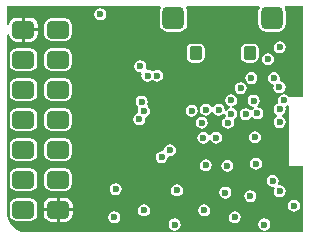
<source format=gbr>
%TF.GenerationSoftware,Altium Limited,Altium Designer,21.2.2 (38)*%
G04 Layer_Physical_Order=2*
G04 Layer_Color=36540*
%FSLAX45Y45*%
%MOMM*%
%TF.SameCoordinates,9B882A86-BDC0-4CB1-B03D-B9E00FC7DE04*%
%TF.FilePolarity,Positive*%
%TF.FileFunction,Copper,L2,Inr,Signal*%
%TF.Part,Single*%
G01*
G75*
%TA.AperFunction,ComponentPad*%
G04:AMPARAMS|DCode=25|XSize=1.9mm|YSize=1.9mm|CornerRadius=0.475mm|HoleSize=0mm|Usage=FLASHONLY|Rotation=180.000|XOffset=0mm|YOffset=0mm|HoleType=Round|Shape=RoundedRectangle|*
%AMROUNDEDRECTD25*
21,1,1.90000,0.95000,0,0,180.0*
21,1,0.95000,1.90000,0,0,180.0*
1,1,0.95000,-0.47500,0.47500*
1,1,0.95000,0.47500,0.47500*
1,1,0.95000,0.47500,-0.47500*
1,1,0.95000,-0.47500,-0.47500*
%
%ADD25ROUNDEDRECTD25*%
G04:AMPARAMS|DCode=26|XSize=1.1mm|YSize=1.2mm|CornerRadius=0.275mm|HoleSize=0mm|Usage=FLASHONLY|Rotation=180.000|XOffset=0mm|YOffset=0mm|HoleType=Round|Shape=RoundedRectangle|*
%AMROUNDEDRECTD26*
21,1,1.10000,0.65000,0,0,180.0*
21,1,0.55000,1.20000,0,0,180.0*
1,1,0.55000,-0.27500,0.32500*
1,1,0.55000,0.27500,0.32500*
1,1,0.55000,0.27500,-0.32500*
1,1,0.55000,-0.27500,-0.32500*
%
%ADD26ROUNDEDRECTD26*%
%TA.AperFunction,ViaPad*%
%ADD29C,0.60000*%
%TA.AperFunction,ComponentPad*%
G04:AMPARAMS|DCode=30|XSize=1.5mm|YSize=1.9mm|CornerRadius=0.375mm|HoleSize=0mm|Usage=FLASHONLY|Rotation=270.000|XOffset=0mm|YOffset=0mm|HoleType=Round|Shape=RoundedRectangle|*
%AMROUNDEDRECTD30*
21,1,1.50000,1.15000,0,0,270.0*
21,1,0.75000,1.90000,0,0,270.0*
1,1,0.75000,-0.57500,-0.37500*
1,1,0.75000,-0.57500,0.37500*
1,1,0.75000,0.57500,0.37500*
1,1,0.75000,0.57500,-0.37500*
%
%ADD30ROUNDEDRECTD30*%
G36*
X2550000Y1188944D02*
X2430000D01*
X2420647Y1195745D01*
X2420315Y1196094D01*
X2420315Y1196096D01*
X2403776Y1207147D01*
X2384267Y1211027D01*
X2364758Y1207147D01*
X2348219Y1196096D01*
X2337168Y1179557D01*
X2333287Y1160048D01*
X2337168Y1140539D01*
X2325686Y1130722D01*
X2311896Y1121507D01*
X2300845Y1104968D01*
X2296964Y1085459D01*
X2300845Y1065950D01*
X2311896Y1049411D01*
X2327914Y1038709D01*
X2329389Y1029244D01*
X2328792Y1022995D01*
X2313518Y1012790D01*
X2302467Y996251D01*
X2298586Y976742D01*
X2302467Y957233D01*
X2313518Y940694D01*
X2330057Y929643D01*
X2349566Y925762D01*
X2369075Y929643D01*
X2385614Y940694D01*
X2396665Y957233D01*
X2400546Y976742D01*
X2396665Y996251D01*
X2385614Y1012790D01*
X2369596Y1023493D01*
X2368121Y1032958D01*
X2368718Y1039206D01*
X2383991Y1049411D01*
X2395042Y1065950D01*
X2398923Y1085459D01*
X2395042Y1104968D01*
X2406524Y1114785D01*
X2415000Y1120449D01*
X2430000Y1113551D01*
Y608944D01*
X2433944Y605000D01*
X2550000D01*
Y43944D01*
X200000D01*
X199453Y43836D01*
X159563Y49087D01*
X121882Y64695D01*
X89524Y89524D01*
X64695Y121882D01*
X49087Y159563D01*
X43836Y199453D01*
X43944Y200000D01*
Y1718125D01*
X58944Y1719603D01*
X63250Y1697958D01*
X77152Y1677152D01*
X97958Y1663250D01*
X122500Y1658368D01*
X167300D01*
Y1760000D01*
Y1861632D01*
X122500D01*
X97958Y1856750D01*
X77152Y1842848D01*
X63250Y1822042D01*
X58944Y1800397D01*
X43944Y1801875D01*
Y1956056D01*
X1337853D01*
X1344924Y1942827D01*
X1338917Y1933837D01*
X1333678Y1907500D01*
Y1812500D01*
X1338917Y1786163D01*
X1353835Y1763836D01*
X1376163Y1748917D01*
X1402500Y1743678D01*
X1497500D01*
X1523837Y1748917D01*
X1546164Y1763836D01*
X1561083Y1786163D01*
X1566322Y1812500D01*
Y1907500D01*
X1561083Y1933837D01*
X1555076Y1942827D01*
X1562147Y1956056D01*
X2172853D01*
X2179924Y1942827D01*
X2173917Y1933837D01*
X2168678Y1907500D01*
Y1812500D01*
X2173917Y1786163D01*
X2188836Y1763836D01*
X2211163Y1748917D01*
X2237500Y1743678D01*
X2332500D01*
X2358837Y1748917D01*
X2381164Y1763836D01*
X2396083Y1786163D01*
X2401322Y1812500D01*
Y1907500D01*
X2396083Y1933837D01*
X2390076Y1942827D01*
X2397147Y1956056D01*
X2550000D01*
Y1188944D01*
D02*
G37*
%LPC*%
G36*
X830000Y1940980D02*
X810491Y1937099D01*
X793952Y1926048D01*
X782901Y1909509D01*
X779021Y1890000D01*
X782901Y1870491D01*
X793952Y1853952D01*
X810491Y1842901D01*
X830000Y1839020D01*
X849509Y1842901D01*
X866048Y1853952D01*
X877099Y1870491D01*
X880980Y1890000D01*
X877099Y1909509D01*
X866048Y1926048D01*
X849509Y1937099D01*
X830000Y1940980D01*
D02*
G37*
G36*
X237500Y1861632D02*
X192700D01*
Y1772700D01*
X301632D01*
Y1797500D01*
X296750Y1822042D01*
X282848Y1842848D01*
X262042Y1856750D01*
X237500Y1861632D01*
D02*
G37*
G36*
X531500Y1856126D02*
X416500D01*
X394065Y1851664D01*
X375045Y1838955D01*
X362337Y1819935D01*
X357874Y1797500D01*
Y1722500D01*
X362337Y1700065D01*
X375045Y1681045D01*
X394065Y1668337D01*
X416500Y1663874D01*
X531500D01*
X553935Y1668337D01*
X572955Y1681045D01*
X585664Y1700065D01*
X590126Y1722500D01*
Y1797500D01*
X585664Y1819935D01*
X572955Y1838955D01*
X553935Y1851664D01*
X531500Y1856126D01*
D02*
G37*
G36*
X301632Y1747300D02*
X192700D01*
Y1658368D01*
X237500D01*
X262042Y1663250D01*
X282848Y1677152D01*
X296750Y1697958D01*
X301632Y1722500D01*
Y1747300D01*
D02*
G37*
G36*
X2350000Y1660980D02*
X2330491Y1657099D01*
X2313952Y1646048D01*
X2302901Y1629509D01*
X2299021Y1610000D01*
X2302901Y1590491D01*
X2313952Y1573952D01*
X2330491Y1562901D01*
X2350000Y1559021D01*
X2369509Y1562901D01*
X2386048Y1573952D01*
X2397099Y1590491D01*
X2400980Y1610000D01*
X2397099Y1629509D01*
X2386048Y1646048D01*
X2369509Y1657099D01*
X2350000Y1660980D01*
D02*
G37*
G36*
X2125000Y1640931D02*
X2070000D01*
X2051467Y1637244D01*
X2035755Y1626746D01*
X2025256Y1611034D01*
X2021569Y1592500D01*
Y1527500D01*
X2025256Y1508967D01*
X2035755Y1493255D01*
X2051467Y1482756D01*
X2070000Y1479070D01*
X2125000D01*
X2143533Y1482756D01*
X2159245Y1493255D01*
X2169744Y1508967D01*
X2173431Y1527500D01*
Y1592500D01*
X2169744Y1611034D01*
X2159245Y1626746D01*
X2143533Y1637244D01*
X2125000Y1640931D01*
D02*
G37*
G36*
X1665000D02*
X1610000D01*
X1591466Y1637244D01*
X1575755Y1626746D01*
X1565256Y1611034D01*
X1561569Y1592500D01*
Y1527500D01*
X1565256Y1508967D01*
X1575755Y1493255D01*
X1591466Y1482756D01*
X1610000Y1479070D01*
X1665000D01*
X1683533Y1482756D01*
X1699245Y1493255D01*
X1709744Y1508967D01*
X1713430Y1527500D01*
Y1592500D01*
X1709744Y1611034D01*
X1699245Y1626746D01*
X1683533Y1637244D01*
X1665000Y1640931D01*
D02*
G37*
G36*
X2250000Y1560980D02*
X2230491Y1557099D01*
X2213952Y1546048D01*
X2202901Y1529509D01*
X2199020Y1510000D01*
X2202901Y1490491D01*
X2213952Y1473952D01*
X2230491Y1462901D01*
X2250000Y1459020D01*
X2269509Y1462901D01*
X2286048Y1473952D01*
X2297099Y1490491D01*
X2300980Y1510000D01*
X2297099Y1529509D01*
X2286048Y1546048D01*
X2269509Y1557099D01*
X2250000Y1560980D01*
D02*
G37*
G36*
X531500Y1602126D02*
X416500D01*
X394065Y1597664D01*
X375045Y1584955D01*
X362337Y1565935D01*
X357874Y1543500D01*
Y1468500D01*
X362337Y1446065D01*
X375045Y1427045D01*
X394065Y1414337D01*
X416500Y1409874D01*
X531500D01*
X553935Y1414337D01*
X572955Y1427045D01*
X585664Y1446065D01*
X590126Y1468500D01*
Y1543500D01*
X585664Y1565935D01*
X572955Y1584955D01*
X553935Y1597664D01*
X531500Y1602126D01*
D02*
G37*
G36*
X237500D02*
X122500D01*
X100065Y1597664D01*
X81045Y1584955D01*
X68337Y1565935D01*
X63874Y1543500D01*
Y1468500D01*
X68337Y1446065D01*
X81045Y1427045D01*
X100065Y1414337D01*
X122500Y1409874D01*
X237500D01*
X259935Y1414337D01*
X278955Y1427045D01*
X291664Y1446065D01*
X296126Y1468500D01*
Y1543500D01*
X291664Y1565935D01*
X278955Y1584955D01*
X259935Y1597664D01*
X237500Y1602126D01*
D02*
G37*
G36*
X1170000Y1500979D02*
X1150491Y1497099D01*
X1133952Y1486048D01*
X1122901Y1469509D01*
X1119020Y1450000D01*
X1122901Y1430491D01*
X1133952Y1413952D01*
X1150491Y1402901D01*
X1170000Y1399020D01*
X1171402Y1399299D01*
X1175744Y1395600D01*
X1182233Y1386160D01*
X1179018Y1369997D01*
X1182899Y1350488D01*
X1193950Y1333949D01*
X1210489Y1322898D01*
X1229998Y1319018D01*
X1249507Y1322898D01*
X1259041Y1329269D01*
X1273952Y1333952D01*
X1290491Y1322901D01*
X1310000Y1319020D01*
X1329509Y1322901D01*
X1346048Y1333952D01*
X1357099Y1350491D01*
X1360979Y1370000D01*
X1357099Y1389509D01*
X1346048Y1406048D01*
X1329509Y1417099D01*
X1310000Y1420980D01*
X1290491Y1417099D01*
X1280957Y1410728D01*
X1266045Y1406045D01*
X1249507Y1417096D01*
X1229998Y1420977D01*
X1228596Y1420698D01*
X1224253Y1424397D01*
X1217765Y1433838D01*
X1220980Y1450000D01*
X1217099Y1469509D01*
X1206048Y1486048D01*
X1189509Y1497099D01*
X1170000Y1500979D01*
D02*
G37*
G36*
X2110000Y1400980D02*
X2090491Y1397099D01*
X2073952Y1386048D01*
X2062901Y1369509D01*
X2059021Y1350000D01*
X2062901Y1330491D01*
X2073952Y1313952D01*
X2090491Y1302901D01*
X2110000Y1299021D01*
X2129509Y1302901D01*
X2146048Y1313952D01*
X2157099Y1330491D01*
X2160980Y1350000D01*
X2157099Y1369509D01*
X2146048Y1386048D01*
X2129509Y1397099D01*
X2110000Y1400980D01*
D02*
G37*
G36*
X2300000D02*
X2280491Y1397099D01*
X2263952Y1386048D01*
X2252901Y1369509D01*
X2249020Y1350000D01*
X2252901Y1330491D01*
X2263952Y1313952D01*
X2280491Y1302901D01*
X2289807Y1301048D01*
X2299659Y1290684D01*
X2299427Y1285005D01*
X2296520Y1270395D01*
X2300401Y1250886D01*
X2311452Y1234347D01*
X2327991Y1223296D01*
X2347500Y1219415D01*
X2367009Y1223296D01*
X2383548Y1234347D01*
X2394599Y1250886D01*
X2398480Y1270395D01*
X2394599Y1289904D01*
X2383548Y1306443D01*
X2367009Y1317494D01*
X2357693Y1319347D01*
X2347841Y1329711D01*
X2348073Y1335390D01*
X2350980Y1350000D01*
X2347099Y1369509D01*
X2336048Y1386048D01*
X2319509Y1397099D01*
X2300000Y1400980D01*
D02*
G37*
G36*
X2017965Y1316112D02*
X1998456Y1312231D01*
X1981917Y1301180D01*
X1970866Y1284641D01*
X1966985Y1265132D01*
X1970866Y1245623D01*
X1981917Y1229084D01*
X1998456Y1218033D01*
X2017965Y1214153D01*
X2037474Y1218033D01*
X2054013Y1229084D01*
X2065064Y1245623D01*
X2068944Y1265132D01*
X2065064Y1284641D01*
X2054013Y1301180D01*
X2037474Y1312231D01*
X2017965Y1316112D01*
D02*
G37*
G36*
X531500Y1348126D02*
X416500D01*
X394065Y1343664D01*
X375045Y1330955D01*
X362337Y1311935D01*
X357874Y1289500D01*
Y1214500D01*
X362337Y1192065D01*
X375045Y1173045D01*
X394065Y1160337D01*
X416500Y1155874D01*
X531500D01*
X553935Y1160337D01*
X572955Y1173045D01*
X585664Y1192065D01*
X590126Y1214500D01*
Y1289500D01*
X585664Y1311935D01*
X572955Y1330955D01*
X553935Y1343664D01*
X531500Y1348126D01*
D02*
G37*
G36*
X237500D02*
X122500D01*
X100065Y1343664D01*
X81045Y1330955D01*
X68337Y1311935D01*
X63874Y1289500D01*
Y1214500D01*
X68337Y1192065D01*
X81045Y1173045D01*
X100065Y1160337D01*
X122500Y1155874D01*
X237500D01*
X259935Y1160337D01*
X278955Y1173045D01*
X291664Y1192065D01*
X296126Y1214500D01*
Y1289500D01*
X291664Y1311935D01*
X278955Y1330955D01*
X259935Y1343664D01*
X237500Y1348126D01*
D02*
G37*
G36*
X2128175Y1209481D02*
X2108666Y1205600D01*
X2092127Y1194549D01*
X2081076Y1178010D01*
X2077195Y1158501D01*
X2081076Y1138992D01*
X2092127Y1122453D01*
X2108666Y1111402D01*
X2128175Y1107522D01*
X2129477Y1107781D01*
X2135330Y1093651D01*
X2123948Y1086046D01*
X2117348Y1076169D01*
X2099912Y1075265D01*
X2096048Y1081048D01*
X2079509Y1092099D01*
X2060000Y1095980D01*
X2040491Y1092099D01*
X2023952Y1081048D01*
X2012901Y1064509D01*
X2009020Y1045000D01*
X2012901Y1025491D01*
X2023952Y1008952D01*
X2040491Y997901D01*
X2060000Y994020D01*
X2079509Y997901D01*
X2096048Y1008952D01*
X2102647Y1018829D01*
X2120083Y1019733D01*
X2123948Y1013950D01*
X2140487Y1002899D01*
X2159996Y999018D01*
X2179505Y1002899D01*
X2196044Y1013950D01*
X2207095Y1030489D01*
X2210975Y1049998D01*
X2207095Y1069507D01*
X2196044Y1086046D01*
X2179505Y1097097D01*
X2159996Y1100977D01*
X2158693Y1100718D01*
X2152840Y1114848D01*
X2164222Y1122453D01*
X2175274Y1138992D01*
X2179154Y1158501D01*
X2175274Y1178010D01*
X2164222Y1194549D01*
X2147684Y1205600D01*
X2128175Y1209481D01*
D02*
G37*
G36*
X1937841Y1211821D02*
X1918332Y1207941D01*
X1901793Y1196890D01*
X1890742Y1180351D01*
X1886862Y1160842D01*
X1890742Y1141333D01*
X1901793Y1124794D01*
X1918332Y1113743D01*
X1931541Y1111115D01*
Y1095822D01*
X1920968Y1093718D01*
X1904429Y1082667D01*
X1897945Y1072964D01*
X1883816Y1078817D01*
X1884396Y1081734D01*
X1880515Y1101243D01*
X1869464Y1117782D01*
X1852925Y1128833D01*
X1833416Y1132713D01*
X1813907Y1128833D01*
X1797368Y1117782D01*
X1787281Y1102686D01*
X1780441Y1102129D01*
X1771469Y1103483D01*
X1760930Y1119255D01*
X1744391Y1130306D01*
X1724883Y1134186D01*
X1705374Y1130306D01*
X1688835Y1119255D01*
X1677784Y1102716D01*
X1673903Y1083207D01*
X1677784Y1063698D01*
X1688835Y1047159D01*
X1705374Y1036108D01*
X1724883Y1032227D01*
X1744391Y1036108D01*
X1760930Y1047159D01*
X1771017Y1062255D01*
X1777857Y1062811D01*
X1786830Y1061458D01*
X1797368Y1045686D01*
X1813907Y1034635D01*
X1833416Y1030754D01*
X1852925Y1034635D01*
X1869464Y1045686D01*
X1875947Y1055389D01*
X1890077Y1049536D01*
X1889497Y1046619D01*
X1893378Y1027111D01*
X1885977Y1013987D01*
X1875945Y1007283D01*
X1864894Y990744D01*
X1861013Y971235D01*
X1864894Y951726D01*
X1875945Y935187D01*
X1892484Y924136D01*
X1911993Y920255D01*
X1931502Y924136D01*
X1948041Y935187D01*
X1959092Y951726D01*
X1962972Y971235D01*
X1960373Y984304D01*
X1959986Y999520D01*
X1976525Y1010572D01*
X1987576Y1027110D01*
X1991456Y1046619D01*
X1987576Y1066128D01*
X1976525Y1082667D01*
X1959986Y1093718D01*
X1946777Y1096346D01*
Y1111640D01*
X1957350Y1113743D01*
X1973889Y1124794D01*
X1984940Y1141333D01*
X1988821Y1160842D01*
X1984940Y1180351D01*
X1973889Y1196890D01*
X1957350Y1207941D01*
X1937841Y1211821D01*
D02*
G37*
G36*
X1605053Y1125101D02*
X1585544Y1121221D01*
X1569005Y1110169D01*
X1557954Y1093631D01*
X1554074Y1074122D01*
X1557954Y1054613D01*
X1569005Y1038074D01*
X1585544Y1027023D01*
X1605053Y1023142D01*
X1624562Y1027023D01*
X1641101Y1038074D01*
X1652152Y1054613D01*
X1656033Y1074122D01*
X1652152Y1093631D01*
X1641101Y1110169D01*
X1624562Y1121221D01*
X1605053Y1125101D01*
D02*
G37*
G36*
X1180000Y1200980D02*
X1160491Y1197099D01*
X1143952Y1186048D01*
X1132901Y1169509D01*
X1129020Y1150000D01*
X1132901Y1130491D01*
X1143952Y1113952D01*
X1148958Y1110607D01*
X1153356Y1090190D01*
X1152901Y1089509D01*
X1149020Y1070000D01*
X1150151Y1064315D01*
X1140491Y1047099D01*
X1123952Y1036048D01*
X1112901Y1019509D01*
X1109020Y1000000D01*
X1112901Y980491D01*
X1123952Y963952D01*
X1140491Y952901D01*
X1160000Y949020D01*
X1179509Y952901D01*
X1196048Y963952D01*
X1207099Y980491D01*
X1210980Y1000000D01*
X1209849Y1005685D01*
X1219509Y1022901D01*
X1236048Y1033952D01*
X1247099Y1050491D01*
X1250979Y1070000D01*
X1247099Y1089509D01*
X1236048Y1106048D01*
X1231042Y1109393D01*
X1226643Y1129810D01*
X1227099Y1130491D01*
X1230980Y1150000D01*
X1227099Y1169509D01*
X1216048Y1186048D01*
X1199509Y1197099D01*
X1180000Y1200980D01*
D02*
G37*
G36*
X1689882Y1023170D02*
X1670373Y1019290D01*
X1653834Y1008239D01*
X1642783Y991700D01*
X1638902Y972191D01*
X1642783Y952682D01*
X1653834Y936143D01*
X1670373Y925092D01*
X1689882Y921211D01*
X1709391Y925092D01*
X1725930Y936143D01*
X1736981Y952682D01*
X1740861Y972191D01*
X1736981Y991700D01*
X1725930Y1008239D01*
X1709391Y1019290D01*
X1689882Y1023170D01*
D02*
G37*
G36*
X531500Y1094126D02*
X416500D01*
X394065Y1089664D01*
X375045Y1076955D01*
X362337Y1057935D01*
X357874Y1035500D01*
Y960500D01*
X362337Y938065D01*
X375045Y919045D01*
X394065Y906337D01*
X416500Y901874D01*
X531500D01*
X553935Y906337D01*
X572955Y919045D01*
X585664Y938065D01*
X590126Y960500D01*
Y1035500D01*
X585664Y1057935D01*
X572955Y1076955D01*
X553935Y1089664D01*
X531500Y1094126D01*
D02*
G37*
G36*
X237500D02*
X122500D01*
X100065Y1089664D01*
X81045Y1076955D01*
X68337Y1057935D01*
X63874Y1035500D01*
Y960500D01*
X68337Y938065D01*
X81045Y919045D01*
X100065Y906337D01*
X122500Y901874D01*
X237500D01*
X259935Y906337D01*
X278955Y919045D01*
X291664Y938065D01*
X296126Y960500D01*
Y1035500D01*
X291664Y1057935D01*
X278955Y1076955D01*
X259935Y1089664D01*
X237500Y1094126D01*
D02*
G37*
G36*
X1811065Y895980D02*
X1791556Y892100D01*
X1775017Y881049D01*
X1764250Y864935D01*
X1759719Y864194D01*
X1753579Y863736D01*
X1748639Y864342D01*
X1738208Y879954D01*
X1721669Y891005D01*
X1702160Y894885D01*
X1682651Y891005D01*
X1666112Y879954D01*
X1655061Y863415D01*
X1651180Y843906D01*
X1655061Y824397D01*
X1666112Y807858D01*
X1682651Y796807D01*
X1702160Y792926D01*
X1721669Y796807D01*
X1738208Y807858D01*
X1748974Y823971D01*
X1753505Y824713D01*
X1759645Y825170D01*
X1764586Y824564D01*
X1775017Y808953D01*
X1791556Y797902D01*
X1811065Y794021D01*
X1830574Y797902D01*
X1847113Y808953D01*
X1858164Y825492D01*
X1862044Y845001D01*
X1858164Y864510D01*
X1847113Y881049D01*
X1830574Y892100D01*
X1811065Y895980D01*
D02*
G37*
G36*
X2140000Y900980D02*
X2120491Y897099D01*
X2103952Y886048D01*
X2092901Y869509D01*
X2089020Y850000D01*
X2092901Y830491D01*
X2103952Y813952D01*
X2120491Y802901D01*
X2140000Y799021D01*
X2159509Y802901D01*
X2176048Y813952D01*
X2187099Y830491D01*
X2190980Y850000D01*
X2187099Y869509D01*
X2176048Y886048D01*
X2159509Y897099D01*
X2140000Y900980D01*
D02*
G37*
G36*
X1420000Y790980D02*
X1400491Y787099D01*
X1383952Y776048D01*
X1372901Y759509D01*
X1369020Y740000D01*
X1355748Y729836D01*
X1350000Y730979D01*
X1330491Y727099D01*
X1313952Y716048D01*
X1302901Y699509D01*
X1299021Y680000D01*
X1302901Y660491D01*
X1313952Y643952D01*
X1330491Y632901D01*
X1350000Y629020D01*
X1369509Y632901D01*
X1386048Y643952D01*
X1397099Y660491D01*
X1400980Y680000D01*
X1414252Y690164D01*
X1420000Y689020D01*
X1439509Y692901D01*
X1456048Y703952D01*
X1467099Y720491D01*
X1470980Y740000D01*
X1467099Y759509D01*
X1456048Y776048D01*
X1439509Y787099D01*
X1420000Y790980D01*
D02*
G37*
G36*
X531500Y840126D02*
X416500D01*
X394065Y835664D01*
X375045Y822955D01*
X362337Y803935D01*
X357874Y781500D01*
Y706500D01*
X362337Y684065D01*
X375045Y665045D01*
X394065Y652337D01*
X416500Y647874D01*
X531500D01*
X553935Y652337D01*
X572955Y665045D01*
X585664Y684065D01*
X590126Y706500D01*
Y781500D01*
X585664Y803935D01*
X572955Y822955D01*
X553935Y835664D01*
X531500Y840126D01*
D02*
G37*
G36*
X237500D02*
X122500D01*
X100065Y835664D01*
X81045Y822955D01*
X68337Y803935D01*
X63874Y781500D01*
Y706500D01*
X68337Y684065D01*
X81045Y665045D01*
X100065Y652337D01*
X122500Y647874D01*
X237500D01*
X259935Y652337D01*
X278955Y665045D01*
X291664Y684065D01*
X296126Y706500D01*
Y781500D01*
X291664Y803935D01*
X278955Y822955D01*
X259935Y835664D01*
X237500Y840126D01*
D02*
G37*
G36*
X2148934Y675980D02*
X2129426Y672099D01*
X2112887Y661048D01*
X2101836Y644509D01*
X2097955Y625000D01*
X2101836Y605491D01*
X2112887Y588952D01*
X2129426Y577901D01*
X2148934Y574020D01*
X2168443Y577901D01*
X2184982Y588952D01*
X2196033Y605491D01*
X2199914Y625000D01*
X2196033Y644509D01*
X2184982Y661048D01*
X2168443Y672099D01*
X2148934Y675980D01*
D02*
G37*
G36*
X1724616Y661536D02*
X1705107Y657655D01*
X1688568Y646604D01*
X1677517Y630065D01*
X1673636Y610556D01*
X1677517Y591047D01*
X1688568Y574508D01*
X1705107Y563457D01*
X1724616Y559577D01*
X1744125Y563457D01*
X1760664Y574508D01*
X1771715Y591047D01*
X1775596Y610556D01*
X1771715Y630065D01*
X1760664Y646604D01*
X1744125Y657655D01*
X1724616Y661536D01*
D02*
G37*
G36*
X1905461Y656992D02*
X1885952Y653111D01*
X1869413Y642060D01*
X1858362Y625521D01*
X1854481Y606013D01*
X1858362Y586504D01*
X1869413Y569965D01*
X1885952Y558914D01*
X1905461Y555033D01*
X1924969Y558914D01*
X1941508Y569965D01*
X1952559Y586504D01*
X1956440Y606013D01*
X1952559Y625521D01*
X1941508Y642060D01*
X1924969Y653111D01*
X1905461Y656992D01*
D02*
G37*
G36*
X531500Y586126D02*
X416500D01*
X394065Y581664D01*
X375045Y568955D01*
X362337Y549935D01*
X357874Y527500D01*
Y452500D01*
X362337Y430065D01*
X375045Y411045D01*
X394065Y398337D01*
X416500Y393874D01*
X531500D01*
X553935Y398337D01*
X572955Y411045D01*
X585664Y430065D01*
X590126Y452500D01*
Y527500D01*
X585664Y549935D01*
X572955Y568955D01*
X553935Y581664D01*
X531500Y586126D01*
D02*
G37*
G36*
X237500D02*
X122500D01*
X100065Y581664D01*
X81045Y568955D01*
X68337Y549935D01*
X63874Y527500D01*
Y452500D01*
X68337Y430065D01*
X81045Y411045D01*
X100065Y398337D01*
X122500Y393874D01*
X237500D01*
X259935Y398337D01*
X278955Y411045D01*
X291664Y430065D01*
X296126Y452500D01*
Y527500D01*
X291664Y549935D01*
X278955Y568955D01*
X259935Y581664D01*
X237500Y586126D01*
D02*
G37*
G36*
X960000Y460980D02*
X940491Y457099D01*
X923952Y446048D01*
X912901Y429509D01*
X909021Y410000D01*
X912901Y390491D01*
X923952Y373952D01*
X940491Y362901D01*
X960000Y359020D01*
X979509Y362901D01*
X996048Y373952D01*
X1007099Y390491D01*
X1010980Y410000D01*
X1007099Y429509D01*
X996048Y446048D01*
X979509Y457099D01*
X960000Y460980D01*
D02*
G37*
G36*
X1480000Y450980D02*
X1460491Y447099D01*
X1443952Y436048D01*
X1432901Y419509D01*
X1429021Y400000D01*
X1432901Y380491D01*
X1443952Y363952D01*
X1460491Y352901D01*
X1480000Y349020D01*
X1499509Y352901D01*
X1516048Y363952D01*
X1527099Y380491D01*
X1530980Y400000D01*
X1527099Y419509D01*
X1516048Y436048D01*
X1499509Y447099D01*
X1480000Y450980D01*
D02*
G37*
G36*
X2290000Y530980D02*
X2270491Y527099D01*
X2253952Y516048D01*
X2242901Y499509D01*
X2239020Y480000D01*
X2242901Y460491D01*
X2253952Y443952D01*
X2270491Y432901D01*
X2290000Y429020D01*
X2299109Y430832D01*
X2308129Y417333D01*
X2302901Y409509D01*
X2299021Y390000D01*
X2302901Y370491D01*
X2313952Y353952D01*
X2330491Y342901D01*
X2350000Y339020D01*
X2369509Y342901D01*
X2386048Y353952D01*
X2397099Y370491D01*
X2400980Y390000D01*
X2397099Y409509D01*
X2386048Y426048D01*
X2369509Y437099D01*
X2350000Y440980D01*
X2340891Y439168D01*
X2331871Y452667D01*
X2337099Y460491D01*
X2340980Y480000D01*
X2337099Y499509D01*
X2326048Y516048D01*
X2309509Y527099D01*
X2290000Y530980D01*
D02*
G37*
G36*
X1890000Y430980D02*
X1870491Y427099D01*
X1853952Y416048D01*
X1842901Y399509D01*
X1839020Y380000D01*
X1842901Y360491D01*
X1853952Y343952D01*
X1870491Y332901D01*
X1890000Y329020D01*
X1909509Y332901D01*
X1926048Y343952D01*
X1937099Y360491D01*
X1940980Y380000D01*
X1937099Y399509D01*
X1926048Y416048D01*
X1909509Y427099D01*
X1890000Y430980D01*
D02*
G37*
G36*
X2100000Y400980D02*
X2080491Y397099D01*
X2063952Y386048D01*
X2052901Y369509D01*
X2049021Y350000D01*
X2052901Y330491D01*
X2063952Y313952D01*
X2080491Y302901D01*
X2100000Y299020D01*
X2119509Y302901D01*
X2136048Y313952D01*
X2147099Y330491D01*
X2150980Y350000D01*
X2147099Y369509D01*
X2136048Y386048D01*
X2119509Y397099D01*
X2100000Y400980D01*
D02*
G37*
G36*
X531500Y337632D02*
X486700D01*
Y248700D01*
X595632D01*
Y273500D01*
X590750Y298042D01*
X576848Y318848D01*
X556042Y332750D01*
X531500Y337632D01*
D02*
G37*
G36*
X461300D02*
X416500D01*
X391958Y332750D01*
X371152Y318848D01*
X357250Y298042D01*
X352368Y273500D01*
Y248700D01*
X461300D01*
Y337632D01*
D02*
G37*
G36*
X2470000Y320980D02*
X2450491Y317099D01*
X2433952Y306048D01*
X2422901Y289509D01*
X2419020Y270000D01*
X2422901Y250491D01*
X2433952Y233952D01*
X2450491Y222901D01*
X2470000Y219020D01*
X2489509Y222901D01*
X2506048Y233952D01*
X2517099Y250491D01*
X2520979Y270000D01*
X2517099Y289509D01*
X2506048Y306048D01*
X2489509Y317099D01*
X2470000Y320980D01*
D02*
G37*
G36*
X1710000Y280980D02*
X1690491Y277099D01*
X1673952Y266048D01*
X1662901Y249509D01*
X1659020Y230000D01*
X1662901Y210491D01*
X1673952Y193952D01*
X1690491Y182901D01*
X1710000Y179020D01*
X1729509Y182901D01*
X1746048Y193952D01*
X1757099Y210491D01*
X1760979Y230000D01*
X1757099Y249509D01*
X1746048Y266048D01*
X1729509Y277099D01*
X1710000Y280980D01*
D02*
G37*
G36*
X1200000D02*
X1180491Y277099D01*
X1163952Y266048D01*
X1152901Y249509D01*
X1149020Y230000D01*
X1152901Y210491D01*
X1163952Y193952D01*
X1180491Y182901D01*
X1200000Y179020D01*
X1219509Y182901D01*
X1236048Y193952D01*
X1247099Y210491D01*
X1250979Y230000D01*
X1247099Y249509D01*
X1236048Y266048D01*
X1219509Y277099D01*
X1200000Y280980D01*
D02*
G37*
G36*
X237500Y332126D02*
X122500D01*
X100065Y327664D01*
X81045Y314955D01*
X68337Y295935D01*
X63874Y273500D01*
Y198500D01*
X68337Y176065D01*
X81045Y157045D01*
X100065Y144337D01*
X122500Y139874D01*
X237500D01*
X259935Y144337D01*
X278955Y157045D01*
X291664Y176065D01*
X296126Y198500D01*
Y273500D01*
X291664Y295935D01*
X278955Y314955D01*
X259935Y327664D01*
X237500Y332126D01*
D02*
G37*
G36*
X595632Y223300D02*
X486700D01*
Y134368D01*
X531500D01*
X556042Y139250D01*
X576848Y153152D01*
X590750Y173958D01*
X595632Y198500D01*
Y223300D01*
D02*
G37*
G36*
X461300D02*
X352368D01*
Y198500D01*
X357250Y173958D01*
X371152Y153152D01*
X391958Y139250D01*
X416500Y134368D01*
X461300D01*
Y223300D01*
D02*
G37*
G36*
X1970000Y220979D02*
X1950491Y217099D01*
X1933952Y206048D01*
X1922901Y189509D01*
X1919021Y170000D01*
X1922901Y150491D01*
X1933952Y133952D01*
X1950491Y122901D01*
X1970000Y119020D01*
X1989509Y122901D01*
X2006048Y133952D01*
X2017099Y150491D01*
X2020980Y170000D01*
X2017099Y189509D01*
X2006048Y206048D01*
X1989509Y217099D01*
X1970000Y220979D01*
D02*
G37*
G36*
X950000D02*
X930491Y217099D01*
X913952Y206048D01*
X902901Y189509D01*
X899020Y170000D01*
X902901Y150491D01*
X913952Y133952D01*
X930491Y122901D01*
X950000Y119020D01*
X969509Y122901D01*
X986048Y133952D01*
X997099Y150491D01*
X1000979Y170000D01*
X997099Y189509D01*
X986048Y206048D01*
X969509Y217099D01*
X950000Y220979D01*
D02*
G37*
G36*
X2220000Y160980D02*
X2200491Y157099D01*
X2183952Y146048D01*
X2172901Y129509D01*
X2169020Y110000D01*
X2172901Y90491D01*
X2183952Y73952D01*
X2200491Y62901D01*
X2220000Y59020D01*
X2239509Y62901D01*
X2256048Y73952D01*
X2267099Y90491D01*
X2270979Y110000D01*
X2267099Y129509D01*
X2256048Y146048D01*
X2239509Y157099D01*
X2220000Y160980D01*
D02*
G37*
G36*
X1460000D02*
X1440491Y157099D01*
X1423952Y146048D01*
X1412901Y129509D01*
X1409020Y110000D01*
X1412901Y90491D01*
X1423952Y73952D01*
X1440491Y62901D01*
X1460000Y59020D01*
X1479509Y62901D01*
X1496048Y73952D01*
X1507099Y90491D01*
X1510979Y110000D01*
X1507099Y129509D01*
X1496048Y146048D01*
X1479509Y157099D01*
X1460000Y160980D01*
D02*
G37*
%LPD*%
D25*
X2285000Y1860000D02*
D03*
X1450000D02*
D03*
D26*
X2097500Y1560000D02*
D03*
X1637500D02*
D03*
D29*
X2450000Y1350000D02*
D03*
X2510000Y470000D02*
D03*
X200000Y90000D02*
D03*
X2300000Y1350000D02*
D03*
X2350000Y1610000D02*
D03*
X2110000Y1350000D02*
D03*
X2000000Y1710000D02*
D03*
X2347500Y1270395D02*
D03*
X695000Y460000D02*
D03*
X120000Y1910000D02*
D03*
X1160000Y1000000D02*
D03*
X1180000Y1150000D02*
D03*
X1200000Y1070000D02*
D03*
X1308397Y742403D02*
D03*
X1350000Y680000D02*
D03*
X1420000Y740000D02*
D03*
X920000Y1160000D02*
D03*
X960000Y410000D02*
D03*
X2017965Y1265132D02*
D03*
X820000Y772500D02*
D03*
X850000Y1490000D02*
D03*
X1689882Y972191D02*
D03*
X2128175Y1158501D02*
D03*
X1605053Y1074122D02*
D03*
X1724883Y1083207D02*
D03*
X1833416Y1081734D02*
D03*
X1937841Y1160842D02*
D03*
X1940477Y1046619D02*
D03*
X1911993Y971235D02*
D03*
X2060000Y1045000D02*
D03*
X2384267Y1160048D02*
D03*
X2347943Y1085459D02*
D03*
X2159996Y1049998D02*
D03*
X2349566Y976742D02*
D03*
X2100000Y350000D02*
D03*
X1724616Y610556D02*
D03*
X1905461Y606013D02*
D03*
X1460000Y110000D02*
D03*
X1200000Y230000D02*
D03*
X950000Y170000D02*
D03*
X1811065Y845001D02*
D03*
X1810000Y960000D02*
D03*
X1702160Y843906D02*
D03*
X2290000Y480000D02*
D03*
X2350000Y390000D02*
D03*
X2250000Y1510000D02*
D03*
X1229998Y1369997D02*
D03*
X1310000Y1370000D02*
D03*
X1170000Y1450000D02*
D03*
X2148934Y625000D02*
D03*
X1890000Y380000D02*
D03*
X1480000Y400000D02*
D03*
X2490000Y170000D02*
D03*
X1470000Y1520000D02*
D03*
X830000Y1890000D02*
D03*
X1970000Y170000D02*
D03*
X1710000Y230000D02*
D03*
X2220000Y110000D02*
D03*
X2470000Y270000D02*
D03*
X2140000Y850000D02*
D03*
D30*
X180000Y1760000D02*
D03*
Y1506000D02*
D03*
Y1252000D02*
D03*
Y998000D02*
D03*
Y744000D02*
D03*
Y490000D02*
D03*
Y236000D02*
D03*
X474000Y1760000D02*
D03*
Y1506000D02*
D03*
Y1252000D02*
D03*
Y998000D02*
D03*
Y744000D02*
D03*
Y490000D02*
D03*
Y236000D02*
D03*
%TF.MD5,7920c265c920314a9c306d0019fdd957*%
M02*

</source>
